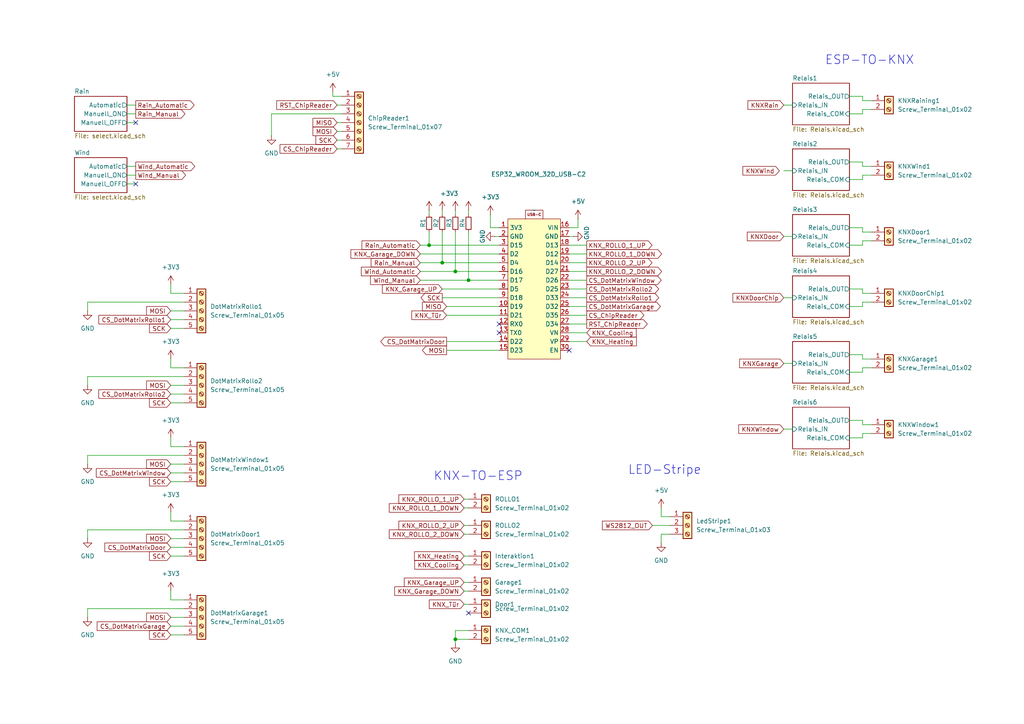
<source format=kicad_sch>
(kicad_sch (version 20231120) (generator "eeschema") (generator_version "8.0")
  (paper "A4")
  (lib_symbols
    (symbol "Connector:Screw_Terminal_01x02" (pin_names (offset 1.016) hide)
      (property "Reference" "J" (at 0 2.54 0))
      (property "Value" "Screw_Terminal_01x02" (at 0 -5.08 0))
      (symbol "Screw_Terminal_01x02_1_1"
        (rectangle (start -1.27 1.27) (end 1.27 -3.81) (stroke (width 0.254)) (fill (type background)))
        (circle (center 0 -2.54) (radius 0.635) (stroke (width 0.1524)))
        (polyline (pts (xy -0.5334 -2.2098) (xy 0.3302 -3.048)) (stroke (width 0.1524)))
        (polyline (pts (xy -0.5334 0.3302) (xy 0.3302 -0.508)) (stroke (width 0.1524)))
        (polyline (pts (xy -0.3556 -2.032) (xy 0.508 -2.8702)) (stroke (width 0.1524)))
        (polyline (pts (xy -0.3556 0.508) (xy 0.508 -0.3302)) (stroke (width 0.1524)))
        (circle (center 0 0) (radius 0.635) (stroke (width 0.1524)))
        (pin passive line (at -5.08 0 0) (length 3.81) (name "Pin_1") (number "1"))
        (pin passive line (at -5.08 -2.54 0) (length 3.81) (name "Pin_2") (number "2"))
      )
    )
    (symbol "Connector:Screw_Terminal_01x03" (pin_names (offset 1.016) hide)
      (property "Reference" "J" (at 0 5.08 0))
      (property "Value" "Screw_Terminal_01x03" (at 0 -5.08 0))
      (symbol "Screw_Terminal_01x03_1_1"
        (rectangle (start -1.27 3.81) (end 1.27 -3.81) (stroke (width 0.254)) (fill (type background)))
        (circle (center 0 -2.54) (radius 0.635) (stroke (width 0.1524)))
        (polyline (pts (xy -0.5334 -2.2098) (xy 0.3302 -3.048)) (stroke (width 0.1524)))
        (polyline (pts (xy -0.5334 0.3302) (xy 0.3302 -0.508)) (stroke (width 0.1524)))
        (polyline (pts (xy -0.5334 2.8702) (xy 0.3302 2.032)) (stroke (width 0.1524)))
        (polyline (pts (xy -0.3556 -2.032) (xy 0.508 -2.8702)) (stroke (width 0.1524)))
        (polyline (pts (xy -0.3556 0.508) (xy 0.508 -0.3302)) (stroke (width 0.1524)))
        (polyline (pts (xy -0.3556 3.048) (xy 0.508 2.2098)) (stroke (width 0.1524)))
        (circle (center 0 0) (radius 0.635) (stroke (width 0.1524)))
        (circle (center 0 2.54) (radius 0.635) (stroke (width 0.1524)))
        (pin passive line (at -5.08 2.54 0) (length 3.81) (name "Pin_1") (number "1"))
        (pin passive line (at -5.08 0 0) (length 3.81) (name "Pin_2") (number "2"))
        (pin passive line (at -5.08 -2.54 0) (length 3.81) (name "Pin_3") (number "3"))
      )
    )
    (symbol "Connector:Screw_Terminal_01x05" (pin_names (offset 1.016) hide)
      (property "Reference" "J" (at 0 7.62 0))
      (property "Value" "Screw_Terminal_01x05" (at 0 -7.62 0))
      (symbol "Screw_Terminal_01x05_1_1"
        (rectangle (start -1.27 6.35) (end 1.27 -6.35) (stroke (width 0.254)) (fill (type background)))
        (circle (center 0 -5.08) (radius 0.635) (stroke (width 0.1524)))
        (circle (center 0 -2.54) (radius 0.635) (stroke (width 0.1524)))
        (polyline (pts (xy -0.5334 -4.7498) (xy 0.3302 -5.588)) (stroke (width 0.1524)))
        (polyline (pts (xy -0.5334 -2.2098) (xy 0.3302 -3.048)) (stroke (width 0.1524)))
        (polyline (pts (xy -0.5334 0.3302) (xy 0.3302 -0.508)) (stroke (width 0.1524)))
        (polyline (pts (xy -0.5334 2.8702) (xy 0.3302 2.032)) (stroke (width 0.1524)))
        (polyline (pts (xy -0.5334 5.4102) (xy 0.3302 4.572)) (stroke (width 0.1524)))
        (polyline (pts (xy -0.3556 -4.572) (xy 0.508 -5.4102)) (stroke (width 0.1524)))
        (polyline (pts (xy -0.3556 -2.032) (xy 0.508 -2.8702)) (stroke (width 0.1524)))
        (polyline (pts (xy -0.3556 0.508) (xy 0.508 -0.3302)) (stroke (width 0.1524)))
        (polyline (pts (xy -0.3556 3.048) (xy 0.508 2.2098)) (stroke (width 0.1524)))
        (polyline (pts (xy -0.3556 5.588) (xy 0.508 4.7498)) (stroke (width 0.1524)))
        (circle (center 0 0) (radius 0.635) (stroke (width 0.1524)))
        (circle (center 0 2.54) (radius 0.635) (stroke (width 0.1524)))
        (circle (center 0 5.08) (radius 0.635) (stroke (width 0.1524)))
        (pin passive line (at -5.08 5.08 0) (length 3.81) (name "Pin_1") (number "1"))
        (pin passive line (at -5.08 2.54 0) (length 3.81) (name "Pin_2") (number "2"))
        (pin passive line (at -5.08 0 0) (length 3.81) (name "Pin_3") (number "3"))
        (pin passive line (at -5.08 -2.54 0) (length 3.81) (name "Pin_4") (number "4"))
        (pin passive line (at -5.08 -5.08 0) (length 3.81) (name "Pin_5") (number "5"))
      )
    )
    (symbol "Connector:Screw_Terminal_01x07" (pin_names (offset 1.016) hide)
      (property "Reference" "J" (at 0 10.16 0))
      (property "Value" "Screw_Terminal_01x07" (at 0 -10.16 0))
      (symbol "Screw_Terminal_01x07_1_1"
        (rectangle (start -1.27 8.89) (end 1.27 -8.89) (stroke (width 0.254)) (fill (type background)))
        (circle (center 0 -7.62) (radius 0.635) (stroke (width 0.1524)))
        (circle (center 0 -5.08) (radius 0.635) (stroke (width 0.1524)))
        (circle (center 0 -2.54) (radius 0.635) (stroke (width 0.1524)))
        (polyline (pts (xy -0.5334 -7.2898) (xy 0.3302 -8.128)) (stroke (width 0.1524)))
        (polyline (pts (xy -0.5334 -4.7498) (xy 0.3302 -5.588)) (stroke (width 0.1524)))
        (polyline (pts (xy -0.5334 -2.2098) (xy 0.3302 -3.048)) (stroke (width 0.1524)))
        (polyline (pts (xy -0.5334 0.3302) (xy 0.3302 -0.508)) (stroke (width 0.1524)))
        (polyline (pts (xy -0.5334 2.8702) (xy 0.3302 2.032)) (stroke (width 0.1524)))
        (polyline (pts (xy -0.5334 5.4102) (xy 0.3302 4.572)) (stroke (width 0.1524)))
        (polyline (pts (xy -0.5334 7.9502) (xy 0.3302 7.112)) (stroke (width 0.1524)))
        (polyline (pts (xy -0.3556 -7.112) (xy 0.508 -7.9502)) (stroke (width 0.1524)))
        (polyline (pts (xy -0.3556 -4.572) (xy 0.508 -5.4102)) (stroke (width 0.1524)))
        (polyline (pts (xy -0.3556 -2.032) (xy 0.508 -2.8702)) (stroke (width 0.1524)))
        (polyline (pts (xy -0.3556 0.508) (xy 0.508 -0.3302)) (stroke (width 0.1524)))
        (polyline (pts (xy -0.3556 3.048) (xy 0.508 2.2098)) (stroke (width 0.1524)))
        (polyline (pts (xy -0.3556 5.588) (xy 0.508 4.7498)) (stroke (width 0.1524)))
        (polyline (pts (xy -0.3556 8.128) (xy 0.508 7.2898)) (stroke (width 0.1524)))
        (circle (center 0 0) (radius 0.635) (stroke (width 0.1524)))
        (circle (center 0 2.54) (radius 0.635) (stroke (width 0.1524)))
        (circle (center 0 5.08) (radius 0.635) (stroke (width 0.1524)))
        (circle (center 0 7.62) (radius 0.635) (stroke (width 0.1524)))
        (pin passive line (at -5.08 7.62 0) (length 3.81) (name "Pin_1") (number "1"))
        (pin passive line (at -5.08 5.08 0) (length 3.81) (name "Pin_2") (number "2"))
        (pin passive line (at -5.08 2.54 0) (length 3.81) (name "Pin_3") (number "3"))
        (pin passive line (at -5.08 0 0) (length 3.81) (name "Pin_4") (number "4"))
        (pin passive line (at -5.08 -2.54 0) (length 3.81) (name "Pin_5") (number "5"))
        (pin passive line (at -5.08 -5.08 0) (length 3.81) (name "Pin_6") (number "6"))
        (pin passive line (at -5.08 -7.62 0) (length 3.81) (name "Pin_7") (number "7"))
      )
    )
    (symbol "Device:R_Small" (pin_numbers hide) (pin_names (offset 0.254) hide)
      (property "Reference" "R" (at 0.762 0.508 0))
      (property "Value" "R_Small" (at 0.762 -1.016 0))
      (symbol "R_Small_0_1"
        (rectangle (start -0.762 1.778) (end 0.762 -1.778) (stroke (width 0.2032)))
      )
      (symbol "R_Small_1_1"
        (pin passive line (at 0 2.54 270) (length 0.762) (name "~") (number "1"))
        (pin passive line (at 0 -2.54 90) (length 0.762) (name "~") (number "2"))
      )
    )
    (symbol "ESP32_WROOM_32D_USB-C_1"
      (property "Reference" "ESP32_WROOM_32D_USB-C" (at 0.508 24.384 0))
      (symbol "ESP32_WROOM_32D_USB-C_1_0_1"
        (polyline (pts (xy -2.54 20.32) (xy -2.54 22.86) (xy 2.54 22.86) (xy 2.54 20.32)))
      )
      (symbol "ESP32_WROOM_32D_USB-C_1_1_1"
        (polyline (pts (xy -7.62 17.78) (xy -7.62 20.32) (xy 7.62 20.32) (xy 7.62 -20.32) (xy -7.62 -20.32) (xy -7.62 17.78)) (fill (type background)))
        (text "USB-C\n" (at 0 21.59 0) (effects (font (size 0.762 0.762))))
        (pin power_in line (at -10.16 17.78 0) (length 2.54) (name "3V3") (number "1"))
        (pin bidirectional line (at -10.16 -5.08 0) (length 2.54) (name "D19") (number "10"))
        (pin bidirectional line (at -10.16 -7.62 0) (length 2.54) (name "D21") (number "11"))
        (pin bidirectional line (at -10.16 -10.16 0) (length 2.54) (name "RX0") (number "12"))
        (pin bidirectional line (at -10.16 -12.7 0) (length 2.54) (name "TX0") (number "13"))
        (pin bidirectional line (at -10.16 -15.24 0) (length 2.54) (name "D22") (number "14"))
        (pin bidirectional line (at -10.16 -17.78 0) (length 2.54) (name "D23") (number "15"))
        (pin bidirectional line (at 10.16 17.78 180) (length 2.54) (name "VIN") (number "16"))
        (pin passive line (at 10.16 15.24 180) (length 2.54) (name "GND") (number "17"))
        (pin bidirectional line (at 10.16 12.7 180) (length 2.54) (name "D13") (number "18"))
        (pin bidirectional line (at 10.16 10.16 180) (length 2.54) (name "D12") (number "19"))
        (pin passive line (at -10.16 15.24 0) (length 2.54) (name "GND") (number "2"))
        (pin bidirectional line (at 10.16 7.62 180) (length 2.54) (name "D14") (number "20"))
        (pin bidirectional line (at 10.16 5.08 180) (length 2.54) (name "D27") (number "21"))
        (pin bidirectional line (at 10.16 2.54 180) (length 2.54) (name "D26") (number "22"))
        (pin bidirectional line (at 10.16 0 180) (length 2.54) (name "D25") (number "23"))
        (pin bidirectional line (at 10.16 -2.54 180) (length 2.54) (name "D33") (number "24"))
        (pin bidirectional line (at 10.16 -5.08 180) (length 2.54) (name "D32") (number "25"))
        (pin bidirectional line (at 10.16 -7.62 180) (length 2.54) (name "D35") (number "26"))
        (pin bidirectional line (at 10.16 -10.16 180) (length 2.54) (name "D34") (number "27"))
        (pin bidirectional line (at 10.16 -12.7 180) (length 2.54) (name "VN") (number "28"))
        (pin bidirectional line (at 10.16 -15.24 180) (length 2.54) (name "VP") (number "29"))
        (pin bidirectional line (at -10.16 12.7 0) (length 2.54) (name "D15") (number "3"))
        (pin bidirectional line (at 10.16 -17.78 180) (length 2.54) (name "EN") (number "30"))
        (pin bidirectional line (at -10.16 10.16 0) (length 2.54) (name "D2") (number "4"))
        (pin bidirectional line (at -10.16 7.62 0) (length 2.54) (name "D4") (number "5"))
        (pin bidirectional line (at -10.16 5.08 0) (length 2.54) (name "D16") (number "6"))
        (pin bidirectional line (at -10.16 2.54 0) (length 2.54) (name "D17") (number "7"))
        (pin bidirectional line (at -10.16 0 0) (length 2.54) (name "D5") (number "8"))
        (pin bidirectional line (at -10.16 -2.54 0) (length 2.54) (name "D18") (number "9"))
      )
    )
    (symbol "power:+3V3" (power) (pin_numbers hide) (pin_names (offset 0) hide)
      (property "Value" "+3V3" (at 0 3.556 0))
      (symbol "+3V3_0_1"
        (polyline (pts (xy -0.762 1.27) (xy 0 2.54)))
        (polyline (pts (xy 0 0) (xy 0 2.54)))
        (polyline (pts (xy 0 2.54) (xy 0.762 1.27)))
      )
      (symbol "+3V3_1_1"
        (pin power_in line (at 0 0 90) (length 0) (name "~") (number "1"))
      )
    )
    (symbol "power:+5V" (power) (pin_numbers hide) (pin_names (offset 0) hide)
      (property "Value" "+5V" (at 0 3.556 0))
      (symbol "+5V_0_1"
        (polyline (pts (xy -0.762 1.27) (xy 0 2.54)))
        (polyline (pts (xy 0 0) (xy 0 2.54)))
        (polyline (pts (xy 0 2.54) (xy 0.762 1.27)))
      )
      (symbol "+5V_1_1"
        (pin power_in line (at 0 0 90) (length 0) (name "~") (number "1"))
      )
    )
    (symbol "power:GND" (power) (pin_numbers hide) (pin_names (offset 0) hide)
      (property "Value" "GND" (at 0 -3.81 0))
      (symbol "GND_0_1"
        (polyline (pts (xy 0 0) (xy 0 -1.27) (xy 1.27 -1.27) (xy 0 -2.54) (xy -1.27 -1.27) (xy 0 -1.27)))
      )
      (symbol "GND_1_1"
        (pin power_in line (at 0 0 270) (length 0) (name "~") (number "1"))
      )
    )
  )
  (junction (at 132.08 78.74))
  (junction (at 132.08 185.42))
  (junction (at 135.89 81.28))
  (junction (at 128.27 76.2))
  (junction (at 124.46 71.12))
  (no_connect (at 39.37 53.34))
  (no_connect (at 144.78 96.52))
  (no_connect (at 135.89 177.8))
  (no_connect (at 144.78 93.98))
  (no_connect (at 39.37 35.56))
  (no_connect (at 165.1 101.6))
  (wire (pts (xy 49.53 181.61) (xy 53.34 181.61)))
  (wire (pts (xy 165.1 71.12) (xy 170.18 71.12)))
  (wire (pts (xy 135.89 171.45) (xy 134.62 171.45)))
  (wire (pts (xy 227.33 124.46) (xy 229.87 124.46)))
  (wire (pts (xy 25.4 134.62) (xy 25.4 132.08)))
  (wire (pts (xy 49.53 116.84) (xy 53.34 116.84)))
  (wire (pts (xy 121.92 81.28) (xy 135.89 81.28)))
  (wire (pts (xy 25.4 90.17) (xy 25.4 87.63)))
  (wire (pts (xy 252.73 50.8) (xy 250.19 50.8)))
  (wire (pts (xy 135.89 168.91) (xy 134.62 168.91)))
  (wire (pts (xy 135.89 67.31) (xy 135.89 81.28)))
  (wire (pts (xy 53.34 173.99) (xy 49.53 173.99)))
  (wire (pts (xy 36.83 53.34) (xy 39.37 53.34)))
  (wire (pts (xy 227.33 68.58) (xy 229.87 68.58)))
  (wire (pts (xy 128.27 76.2) (xy 144.78 76.2)))
  (wire (pts (xy 36.83 48.26) (xy 39.37 48.26)))
  (wire (pts (xy 250.19 27.94) (xy 250.19 29.21)))
  (wire (pts (xy 49.53 171.45) (xy 49.53 173.99)))
  (wire (pts (xy 134.62 152.4) (xy 135.89 152.4)))
  (wire (pts (xy 49.53 148.59) (xy 49.53 151.13)))
  (wire (pts (xy 134.62 147.32) (xy 135.89 147.32)))
  (wire (pts (xy 128.27 67.31) (xy 128.27 76.2)))
  (wire (pts (xy 134.62 161.29) (xy 135.89 161.29)))
  (wire (pts (xy 191.77 147.32) (xy 191.77 149.86)))
  (wire (pts (xy 97.79 30.48) (xy 99.06 30.48)))
  (wire (pts (xy 246.38 46.99) (xy 250.19 46.99)))
  (wire (pts (xy 250.19 104.14) (xy 252.73 104.14)))
  (wire (pts (xy 252.73 69.85) (xy 250.19 69.85)))
  (wire (pts (xy 165.1 83.82) (xy 170.18 83.82)))
  (wire (pts (xy 132.08 182.88) (xy 132.08 185.42)))
  (wire (pts (xy 250.19 48.26) (xy 252.73 48.26)))
  (wire (pts (xy 250.19 125.73) (xy 250.19 127)))
  (wire (pts (xy 97.79 35.56) (xy 99.06 35.56)))
  (wire (pts (xy 132.08 67.31) (xy 132.08 78.74)))
  (wire (pts (xy 129.54 91.44) (xy 144.78 91.44)))
  (wire (pts (xy 53.34 106.68) (xy 49.53 106.68)))
  (wire (pts (xy 246.38 102.87) (xy 250.19 102.87)))
  (wire (pts (xy 49.53 139.7) (xy 53.34 139.7)))
  (wire (pts (xy 49.53 114.3) (xy 53.34 114.3)))
  (wire (pts (xy 134.62 163.83) (xy 135.89 163.83)))
  (wire (pts (xy 250.19 50.8) (xy 250.19 52.07)))
  (wire (pts (xy 250.19 69.85) (xy 250.19 71.12)))
  (wire (pts (xy 250.19 87.63) (xy 250.19 88.9)))
  (wire (pts (xy 191.77 154.94) (xy 194.31 154.94)))
  (wire (pts (xy 143.51 68.58) (xy 144.78 68.58)))
  (wire (pts (xy 97.79 38.1) (xy 99.06 38.1)))
  (wire (pts (xy 121.92 78.74) (xy 132.08 78.74)))
  (wire (pts (xy 53.34 129.54) (xy 49.53 129.54)))
  (wire (pts (xy 25.4 156.21) (xy 25.4 153.67)))
  (wire (pts (xy 97.79 40.64) (xy 99.06 40.64)))
  (wire (pts (xy 165.1 96.52) (xy 170.18 96.52)))
  (wire (pts (xy 250.19 83.82) (xy 250.19 85.09)))
  (wire (pts (xy 246.38 83.82) (xy 250.19 83.82)))
  (wire (pts (xy 246.38 52.07) (xy 250.19 52.07)))
  (wire (pts (xy 165.1 86.36) (xy 170.18 86.36)))
  (wire (pts (xy 246.38 71.12) (xy 250.19 71.12)))
  (wire (pts (xy 132.08 182.88) (xy 135.89 182.88)))
  (wire (pts (xy 49.53 134.62) (xy 53.34 134.62)))
  (wire (pts (xy 49.53 104.14) (xy 49.53 106.68)))
  (wire (pts (xy 135.89 81.28) (xy 144.78 81.28)))
  (wire (pts (xy 250.19 67.31) (xy 252.73 67.31)))
  (wire (pts (xy 124.46 60.96) (xy 124.46 62.23)))
  (wire (pts (xy 165.1 68.58) (xy 166.37 68.58)))
  (wire (pts (xy 165.1 66.04) (xy 167.64 66.04)))
  (wire (pts (xy 250.19 31.75) (xy 250.19 33.02)))
  (wire (pts (xy 246.38 27.94) (xy 250.19 27.94)))
  (wire (pts (xy 246.38 121.92) (xy 250.19 121.92)))
  (wire (pts (xy 250.19 121.92) (xy 250.19 123.19)))
  (wire (pts (xy 189.23 152.4) (xy 194.31 152.4)))
  (wire (pts (xy 167.64 63.5) (xy 167.64 66.04)))
  (wire (pts (xy 165.1 91.44) (xy 170.18 91.44)))
  (wire (pts (xy 36.83 33.02) (xy 39.37 33.02)))
  (wire (pts (xy 191.77 157.48) (xy 191.77 154.94)))
  (wire (pts (xy 252.73 106.68) (xy 250.19 106.68)))
  (wire (pts (xy 250.19 106.68) (xy 250.19 107.95)))
  (wire (pts (xy 165.1 88.9) (xy 170.18 88.9)))
  (wire (pts (xy 246.38 127) (xy 250.19 127)))
  (wire (pts (xy 132.08 60.96) (xy 132.08 62.23)))
  (wire (pts (xy 142.24 62.23) (xy 142.24 66.04)))
  (wire (pts (xy 49.53 179.07) (xy 53.34 179.07)))
  (wire (pts (xy 165.1 73.66) (xy 170.18 73.66)))
  (wire (pts (xy 25.4 111.76) (xy 25.4 109.22)))
  (wire (pts (xy 135.89 60.96) (xy 135.89 62.23)))
  (wire (pts (xy 142.24 66.04) (xy 144.78 66.04)))
  (wire (pts (xy 25.4 87.63) (xy 53.34 87.63)))
  (wire (pts (xy 252.73 31.75) (xy 250.19 31.75)))
  (wire (pts (xy 165.1 99.06) (xy 170.18 99.06)))
  (wire (pts (xy 124.46 67.31) (xy 124.46 71.12)))
  (wire (pts (xy 246.38 33.02) (xy 250.19 33.02)))
  (wire (pts (xy 49.53 156.21) (xy 53.34 156.21)))
  (wire (pts (xy 250.19 46.99) (xy 250.19 48.26)))
  (wire (pts (xy 49.53 95.25) (xy 53.34 95.25)))
  (wire (pts (xy 134.62 144.78) (xy 135.89 144.78)))
  (wire (pts (xy 227.33 86.36) (xy 229.87 86.36)))
  (wire (pts (xy 250.19 29.21) (xy 252.73 29.21)))
  (wire (pts (xy 25.4 132.08) (xy 53.34 132.08)))
  (wire (pts (xy 36.83 30.48) (xy 39.37 30.48)))
  (wire (pts (xy 252.73 87.63) (xy 250.19 87.63)))
  (wire (pts (xy 36.83 50.8) (xy 39.37 50.8)))
  (wire (pts (xy 250.19 66.04) (xy 250.19 67.31)))
  (wire (pts (xy 49.53 90.17) (xy 53.34 90.17)))
  (wire (pts (xy 124.46 71.12) (xy 144.78 71.12)))
  (wire (pts (xy 227.33 105.41) (xy 229.87 105.41)))
  (wire (pts (xy 49.53 111.76) (xy 53.34 111.76)))
  (wire (pts (xy 121.92 71.12) (xy 124.46 71.12)))
  (wire (pts (xy 49.53 127) (xy 49.53 129.54)))
  (wire (pts (xy 128.27 83.82) (xy 144.78 83.82)))
  (wire (pts (xy 129.54 88.9) (xy 144.78 88.9)))
  (wire (pts (xy 165.1 78.74) (xy 170.18 78.74)))
  (wire (pts (xy 99.06 27.94) (xy 96.52 27.94)))
  (wire (pts (xy 121.92 73.66) (xy 144.78 73.66)))
  (wire (pts (xy 246.38 107.95) (xy 250.19 107.95)))
  (wire (pts (xy 134.62 154.94) (xy 135.89 154.94)))
  (wire (pts (xy 25.4 179.07) (xy 25.4 176.53)))
  (wire (pts (xy 191.77 149.86) (xy 194.31 149.86)))
  (wire (pts (xy 132.08 78.74) (xy 144.78 78.74)))
  (wire (pts (xy 227.33 49.53) (xy 229.87 49.53)))
  (wire (pts (xy 25.4 153.67) (xy 53.34 153.67)))
  (wire (pts (xy 165.1 93.98) (xy 170.18 93.98)))
  (wire (pts (xy 132.08 185.42) (xy 135.89 185.42)))
  (wire (pts (xy 36.83 35.56) (xy 39.37 35.56)))
  (wire (pts (xy 250.19 102.87) (xy 250.19 104.14)))
  (wire (pts (xy 129.54 101.6) (xy 144.78 101.6)))
  (wire (pts (xy 165.1 76.2) (xy 170.18 76.2)))
  (wire (pts (xy 53.34 151.13) (xy 49.53 151.13)))
  (wire (pts (xy 49.53 82.55) (xy 49.53 85.09)))
  (wire (pts (xy 49.53 137.16) (xy 53.34 137.16)))
  (wire (pts (xy 132.08 185.42) (xy 132.08 186.69)))
  (wire (pts (xy 121.92 76.2) (xy 128.27 76.2)))
  (wire (pts (xy 135.89 175.26) (xy 134.62 175.26)))
  (wire (pts (xy 78.74 39.37) (xy 78.74 33.02)))
  (wire (pts (xy 165.1 81.28) (xy 170.18 81.28)))
  (wire (pts (xy 246.38 66.04) (xy 250.19 66.04)))
  (wire (pts (xy 252.73 125.73) (xy 250.19 125.73)))
  (wire (pts (xy 78.74 33.02) (xy 99.06 33.02)))
  (wire (pts (xy 49.53 92.71) (xy 53.34 92.71)))
  (wire (pts (xy 128.27 86.36) (xy 144.78 86.36)))
  (wire (pts (xy 129.54 99.06) (xy 144.78 99.06)))
  (wire (pts (xy 49.53 158.75) (xy 53.34 158.75)))
  (wire (pts (xy 49.53 161.29) (xy 53.34 161.29)))
  (wire (pts (xy 250.19 123.19) (xy 252.73 123.19)))
  (wire (pts (xy 25.4 176.53) (xy 53.34 176.53)))
  (wire (pts (xy 49.53 184.15) (xy 53.34 184.15)))
  (wire (pts (xy 97.79 43.18) (xy 99.06 43.18)))
  (wire (pts (xy 96.52 27.94) (xy 96.52 26.67)))
  (wire (pts (xy 227.33 30.48) (xy 229.87 30.48)))
  (wire (pts (xy 128.27 60.96) (xy 128.27 62.23)))
  (wire (pts (xy 53.34 85.09) (xy 49.53 85.09)))
  (wire (pts (xy 246.38 88.9) (xy 250.19 88.9)))
  (wire (pts (xy 250.19 85.09) (xy 252.73 85.09)))
  (wire (pts (xy 25.4 109.22) (xy 53.34 109.22)))
  (text "KNX-TO-ESP" (at 138.684 138.176 0) (effects (font (size 2.54 2.54))))
  (text "ESP-TO-KNX" (at 252.222 17.526 0) (effects (font (size 2.54 2.54))))
  (text "LED-Stripe\n" (at 192.786 136.398 0) (effects (font (size 2.54 2.54))))
  (global_label "WS2812_OUT" (shape input) (at 189.23 152.4 180) (property "Intersheetrefs" "${INTERSHEET_REFS}" (effects (hide yes))))
  (global_label "KNX_Heating" (shape input) (at 170.18 99.06 0) (property "Intersheetrefs" "${INTERSHEET_REFS}" (effects (hide yes))))
  (global_label "Wind_Manual" (shape input) (at 121.92 81.28 180) (property "Intersheetrefs" "${INTERSHEET_REFS}" (effects (hide yes))))
  (global_label "KNXDoor" (shape input) (at 227.33 68.58 180) (property "Intersheetrefs" "${INTERSHEET_REFS}" (effects (hide yes))))
  (global_label "CS_ChipReader" (shape input) (at 97.79 43.18 180) (property "Intersheetrefs" "${INTERSHEET_REFS}" (effects (hide yes))))
  (global_label "MOSI" (shape input) (at 49.53 179.07 180) (property "Intersheetrefs" "${INTERSHEET_REFS}" (effects (hide yes))))
  (global_label "KNX_Cooling" (shape input) (at 170.18 96.52 0) (property "Intersheetrefs" "${INTERSHEET_REFS}" (effects (hide yes))))
  (global_label "KNX_ROLLO_1_DOWN" (shape output) (at 170.18 73.66 0) (property "Intersheetrefs" "${INTERSHEET_REFS}" (effects (hide yes))))
  (global_label "MOSI" (shape input) (at 49.53 134.62 180) (property "Intersheetrefs" "${INTERSHEET_REFS}" (effects (hide yes))))
  (global_label "Wind_Manual" (shape output) (at 39.37 50.8 0) (property "Intersheetrefs" "${INTERSHEET_REFS}" (effects (hide yes))))
  (global_label "KNX_ROLLO_2_DOWN" (shape output) (at 170.18 78.74 0) (property "Intersheetrefs" "${INTERSHEET_REFS}" (effects (hide yes))))
  (global_label "MOSI" (shape input) (at 97.79 38.1 180) (property "Intersheetrefs" "${INTERSHEET_REFS}" (effects (hide yes))))
  (global_label "CS_DotMatrixRollo1" (shape input) (at 49.53 92.71 180) (property "Intersheetrefs" "${INTERSHEET_REFS}" (effects (hide yes))))
  (global_label "KNX_ROLLO_2_UP" (shape input) (at 134.62 152.4 180) (property "Intersheetrefs" "${INTERSHEET_REFS}" (effects (hide yes))))
  (global_label "KNXWindow" (shape input) (at 227.33 124.46 180) (property "Intersheetrefs" "${INTERSHEET_REFS}" (effects (hide yes))))
  (global_label "CS_DotMatrixRollo2" (shape input) (at 49.53 114.3 180) (property "Intersheetrefs" "${INTERSHEET_REFS}" (effects (hide yes))))
  (global_label "MOSI" (shape input) (at 49.53 156.21 180) (property "Intersheetrefs" "${INTERSHEET_REFS}" (effects (hide yes))))
  (global_label "CS_DotMatrixRollo1" (shape output) (at 170.18 86.36 0) (property "Intersheetrefs" "${INTERSHEET_REFS}" (effects (hide yes))))
  (global_label "MISO" (shape input) (at 129.54 88.9 180) (property "Intersheetrefs" "${INTERSHEET_REFS}" (effects (hide yes))))
  (global_label "KNX_Garage_DOWN" (shape input) (at 134.62 171.45 180) (property "Intersheetrefs" "${INTERSHEET_REFS}" (effects (hide yes))))
  (global_label "KNX_Tür" (shape input) (at 134.62 175.26 180) (property "Intersheetrefs" "${INTERSHEET_REFS}" (effects (hide yes))))
  (global_label "SCK" (shape input) (at 49.53 184.15 180) (property "Intersheetrefs" "${INTERSHEET_REFS}" (effects (hide yes))))
  (global_label "KNXDoorChip" (shape input) (at 227.33 86.36 180) (property "Intersheetrefs" "${INTERSHEET_REFS}" (effects (hide yes))))
  (global_label "CS_DotMatrixDoor" (shape output) (at 129.54 99.06 180) (property "Intersheetrefs" "${INTERSHEET_REFS}" (effects (hide yes))))
  (global_label "Rain_Manual" (shape output) (at 39.37 33.02 0) (property "Intersheetrefs" "${INTERSHEET_REFS}" (effects (hide yes))))
  (global_label "MOSI" (shape input) (at 49.53 90.17 180) (property "Intersheetrefs" "${INTERSHEET_REFS}" (effects (hide yes))))
  (global_label "CS_DotMatrixGarage" (shape input) (at 49.53 181.61 180) (property "Intersheetrefs" "${INTERSHEET_REFS}" (effects (hide yes))))
  (global_label "Rain_Automatic" (shape input) (at 121.92 71.12 180) (property "Intersheetrefs" "${INTERSHEET_REFS}" (effects (hide yes))))
  (global_label "KNXGarage" (shape input) (at 227.33 105.41 180) (property "Intersheetrefs" "${INTERSHEET_REFS}" (effects (hide yes))))
  (global_label "SCK" (shape input) (at 97.79 40.64 180) (property "Intersheetrefs" "${INTERSHEET_REFS}" (effects (hide yes))))
  (global_label "KNX_ROLLO_1_DOWN" (shape input) (at 134.62 147.32 180) (property "Intersheetrefs" "${INTERSHEET_REFS}" (effects (hide yes))))
  (global_label "CS_DotMatrixWindow" (shape input) (at 49.53 137.16 180) (property "Intersheetrefs" "${INTERSHEET_REFS}" (effects (hide yes))))
  (global_label "KNX_ROLLO_1_UP" (shape output) (at 170.18 71.12 0) (property "Intersheetrefs" "${INTERSHEET_REFS}" (effects (hide yes))))
  (global_label "RST_ChipReader" (shape input) (at 97.79 30.48 180) (property "Intersheetrefs" "${INTERSHEET_REFS}" (effects (hide yes))))
  (global_label "SCK" (shape output) (at 128.27 86.36 180) (property "Intersheetrefs" "${INTERSHEET_REFS}" (effects (hide yes))))
  (global_label "SCK" (shape input) (at 49.53 116.84 180) (property "Intersheetrefs" "${INTERSHEET_REFS}" (effects (hide yes))))
  (global_label "Rain_Automatic" (shape output) (at 39.37 30.48 0) (property "Intersheetrefs" "${INTERSHEET_REFS}" (effects (hide yes))))
  (global_label "Rain_Manual" (shape input) (at 121.92 76.2 180) (property "Intersheetrefs" "${INTERSHEET_REFS}" (effects (hide yes))))
  (global_label "KNX_Cooling" (shape input) (at 134.62 163.83 180) (property "Intersheetrefs" "${INTERSHEET_REFS}" (effects (hide yes))))
  (global_label "Wind_Automatic" (shape input) (at 121.92 78.74 180) (property "Intersheetrefs" "${INTERSHEET_REFS}" (effects (hide yes))))
  (global_label "MISO" (shape input) (at 97.79 35.56 180) (property "Intersheetrefs" "${INTERSHEET_REFS}" (effects (hide yes))))
  (global_label "SCK" (shape input) (at 49.53 161.29 180) (property "Intersheetrefs" "${INTERSHEET_REFS}" (effects (hide yes))))
  (global_label "RST_ChipReader" (shape output) (at 170.18 93.98 0) (property "Intersheetrefs" "${INTERSHEET_REFS}" (effects (hide yes))))
  (global_label "CS_DotMatrixRollo2" (shape output) (at 170.18 83.82 0) (property "Intersheetrefs" "${INTERSHEET_REFS}" (effects (hide yes))))
  (global_label "KNXWind" (shape input) (at 226.06 49.53 180) (property "Intersheetrefs" "${INTERSHEET_REFS}" (effects (hide yes))))
  (global_label "KNX_Tür" (shape input) (at 129.54 91.44 180) (property "Intersheetrefs" "${INTERSHEET_REFS}" (effects (hide yes))))
  (global_label "KNXRain" (shape input) (at 227.33 30.48 180) (property "Intersheetrefs" "${INTERSHEET_REFS}" (effects (hide yes))))
  (global_label "KNX_ROLLO_1_UP" (shape input) (at 134.62 144.78 180) (property "Intersheetrefs" "${INTERSHEET_REFS}" (effects (hide yes))))
  (global_label "CS_DotMatrixDoor" (shape input) (at 49.53 158.75 180) (property "Intersheetrefs" "${INTERSHEET_REFS}" (effects (hide yes))))
  (global_label "CS_DotMatrixGarage" (shape output) (at 170.18 88.9 0) (property "Intersheetrefs" "${INTERSHEET_REFS}" (effects (hide yes))))
  (global_label "KNX_ROLLO_2_UP" (shape output) (at 170.18 76.2 0) (property "Intersheetrefs" "${INTERSHEET_REFS}" (effects (hide yes))))
  (global_label "CS_ChipReader" (shape output) (at 170.18 91.44 0) (property "Intersheetrefs" "${INTERSHEET_REFS}" (effects (hide yes))))
  (global_label "MOSI" (shape output) (at 129.54 101.6 180) (property "Intersheetrefs" "${INTERSHEET_REFS}" (effects (hide yes))))
  (global_label "KNX_ROLLO_2_DOWN" (shape input) (at 134.62 154.94 180) (property "Intersheetrefs" "${INTERSHEET_REFS}" (effects (hide yes))))
  (global_label "MOSI" (shape input) (at 49.53 111.76 180) (property "Intersheetrefs" "${INTERSHEET_REFS}" (effects (hide yes))))
  (global_label "KNX_Heating" (shape input) (at 134.62 161.29 180) (property "Intersheetrefs" "${INTERSHEET_REFS}" (effects (hide yes))))
  (global_label "CS_DotMatrixWindow" (shape output) (at 170.18 81.28 0) (property "Intersheetrefs" "${INTERSHEET_REFS}" (effects (hide yes))))
  (global_label "KNX_Garage_UP" (shape input) (at 134.62 168.91 180) (property "Intersheetrefs" "${INTERSHEET_REFS}" (effects (hide yes))))
  (global_label "SCK" (shape input) (at 49.53 139.7 180) (property "Intersheetrefs" "${INTERSHEET_REFS}" (effects (hide yes))))
  (global_label "KNX_Garage_DOWN" (shape input) (at 121.92 73.66 180) (property "Intersheetrefs" "${INTERSHEET_REFS}" (effects (hide yes))))
  (global_label "Wind_Automatic" (shape output) (at 39.37 48.26 0) (property "Intersheetrefs" "${INTERSHEET_REFS}" (effects (hide yes))))
  (global_label "KNX_Garage_UP" (shape input) (at 128.27 83.82 180) (property "Intersheetrefs" "${INTERSHEET_REFS}" (effects (hide yes))))
  (global_label "SCK" (shape input) (at 49.53 95.25 180) (property "Intersheetrefs" "${INTERSHEET_REFS}" (effects (hide yes))))
  (symbol (lib_id "power:+3V3") (at 124.46 60.96 0) (unit 1)
    (property "Reference" "#PWR035" (effects (hide yes)))
    (property "Value" "+3V3" (at 130.302 56.134 0))
    (property "Description" "Power symbol creates a global label with name \"+3V3\"" (effects (hide yes)))
  )
  (symbol (lib_id "power:GND") (at 25.4 134.62 0) (unit 1)
    (property "Reference" "#PWR030" (effects (hide yes)))
    (property "Value" "GND" (at 25.4 139.7 0))
    (property "Description" "Power symbol creates a global label with name \"GND\" , ground" (effects (hide yes)))
  )
  (symbol (lib_id "Connector:Screw_Terminal_01x07") (at 104.14 35.56 0) (unit 1)
    (property "Reference" "ChipReader1" (at 106.68 34.2899 0) (effects (justify left)))
    (property "Value" "Screw_Terminal_01x07" (at 106.68 36.8299 0) (effects (justify left)))
    (property "Footprint" "TerminalBlock_Phoenix:TerminalBlock_Phoenix_MKDS-1,5-7-5.08_1x07_P5.08mm_Horizontal" (effects (hide yes)))
    (property "Description" "Generic screw terminal, single row, 01x07, script generated (kicad-library-utils/schlib/autogen/connector/)" (effects (hide yes)))
  )
  (symbol (lib_id "Connector:Screw_Terminal_01x05") (at 58.42 90.17 0) (unit 1)
    (property "Reference" "DotMatrixRollo1" (at 60.96 88.8999 0) (effects (justify left)))
    (property "Value" "Screw_Terminal_01x05" (at 60.96 91.4399 0) (effects (justify left)))
    (property "Footprint" "TerminalBlock_Phoenix:TerminalBlock_Phoenix_MPT-0,5-7-2.54_1x07_P2.54mm_Horizontal" (effects (hide yes)))
    (property "Description" "Generic screw terminal, single row, 01x05, script generated (kicad-library-utils/schlib/autogen/connector/)" (effects (hide yes)))
  )
  (symbol (lib_id "Connector:Screw_Terminal_01x02") (at 140.97 175.26 0) (unit 1)
    (property "Reference" "Door1" (at 143.51 175.2599 0) (effects (justify left)))
    (property "Value" "Screw_Terminal_01x02" (at 143.51 176.5299 0) (effects (justify left)))
    (property "Footprint" "TerminalBlock_Phoenix:TerminalBlock_Phoenix_MKDS-1,5-2-5.08_1x02_P5.08mm_Horizontal" (effects (hide yes)))
    (property "Description" "Generic screw terminal, single row, 01x02, script generated (kicad-library-utils/schlib/autogen/connector/)" (effects (hide yes)))
  )
  (symbol (lib_id "Device:R_Small") (at 124.46 64.77 0) (unit 1)
    (property "Reference" "R1" (at 122.682 66.04 90) (effects (justify left)))
    (property "Value" "10k" (effects (hide yes)))
    (property "Footprint" "Resistor_THT:R_Axial_DIN0207_L6.3mm_D2.5mm_P10.16mm_Horizontal" (effects (hide yes)))
    (property "Description" "Resistor, small symbol" (effects (hide yes)))
  )
  (symbol (lib_id "power:GND") (at 143.51 68.58 270) (unit 1)
    (property "Reference" "#PWR037" (effects (hide yes)))
    (property "Value" "GND" (at 139.954 70.612 0) (effects (justify right)))
    (property "Description" "Power symbol creates a global label with name \"GND\" , ground" (effects (hide yes)))
  )
  (symbol (lib_id "power:+3V3") (at 49.53 148.59 0) (unit 1)
    (property "Reference" "#PWR027" (effects (hide yes)))
    (property "Value" "+3V3" (at 49.53 143.51 0))
    (property "Description" "Power symbol creates a global label with name \"+3V3\"" (effects (hide yes)))
  )
  (symbol (lib_id "Connector:Screw_Terminal_01x05") (at 58.42 111.76 0) (unit 1)
    (property "Reference" "DotMatrixRollo2" (at 60.96 110.4899 0) (effects (justify left)))
    (property "Value" "Screw_Terminal_01x05" (at 60.96 113.0299 0) (effects (justify left)))
    (property "Footprint" "TerminalBlock_Phoenix:TerminalBlock_Phoenix_MPT-0,5-7-2.54_1x07_P2.54mm_Horizontal" (effects (hide yes)))
    (property "Description" "Generic screw terminal, single row, 01x05, script generated (kicad-library-utils/schlib/autogen/connector/)" (effects (hide yes)))
  )
  (symbol (lib_id "power:GND") (at 191.77 157.48 0) (unit 1)
    (property "Reference" "#PWR01" (effects (hide yes)))
    (property "Value" "GND" (at 191.77 162.56 0))
    (property "Description" "Power symbol creates a global label with name \"GND\" , ground" (effects (hide yes)))
  )
  (symbol (lib_id "Connector:Screw_Terminal_01x02") (at 140.97 161.29 0) (unit 1)
    (property "Reference" "Interaktion1" (at 143.51 161.2899 0) (effects (justify left)))
    (property "Value" "Screw_Terminal_01x02" (at 143.51 163.8299 0) (effects (justify left)))
    (property "Footprint" "TerminalBlock_Phoenix:TerminalBlock_Phoenix_MKDS-1,5-2-5.08_1x02_P5.08mm_Horizontal" (effects (hide yes)))
    (property "Description" "Generic screw terminal, single row, 01x02, script generated (kicad-library-utils/schlib/autogen/connector/)" (effects (hide yes)))
  )
  (symbol (lib_id "Connector:Screw_Terminal_01x02") (at 257.81 29.21 0) (unit 1)
    (property "Reference" "KNXRaining1" (at 260.35 29.2099 0) (effects (justify left)))
    (property "Value" "Screw_Terminal_01x02" (at 260.35 31.7499 0) (effects (justify left)))
    (property "Footprint" "TerminalBlock_Phoenix:TerminalBlock_Phoenix_MKDS-1,5-2-5.08_1x02_P5.08mm_Horizontal" (effects (hide yes)))
    (property "Description" "Generic screw terminal, single row, 01x02, script generated (kicad-library-utils/schlib/autogen/connector/)" (effects (hide yes)))
  )
  (symbol (lib_name "ESP32_WROOM_32D_USB-C_1") (lib_id "bulme_schematics:ESP32_WROOM_32D_USB-C") (at 154.94 83.82 0) (unit 1)
    (property "Reference" "ESP32_WROOM_32D_USB-C2" (at 156.21 50.546 0))
    (property "Value" "~" (at 154.94 60.96 0))
    (property "Footprint" "bulme_footprints:ESP32_WROOM_32D_USB-C" (effects (hide yes)))
  )
  (symbol (lib_id "Connector:Screw_Terminal_01x05") (at 58.42 134.62 0) (unit 1)
    (property "Reference" "DotMatrixWindow1" (at 60.96 133.3499 0) (effects (justify left)))
    (property "Value" "Screw_Terminal_01x05" (at 60.96 135.8899 0) (effects (justify left)))
    (property "Footprint" "TerminalBlock_Phoenix:TerminalBlock_Phoenix_MPT-0,5-7-2.54_1x07_P2.54mm_Horizontal" (effects (hide yes)))
    (property "Description" "Generic screw terminal, single row, 01x05, script generated (kicad-library-utils/schlib/autogen/connector/)" (effects (hide yes)))
  )
  (symbol (lib_id "Connector:Screw_Terminal_01x02") (at 140.97 144.78 0) (unit 1)
    (property "Reference" "ROLLO1" (at 143.51 144.7799 0) (effects (justify left)))
    (property "Value" "Screw_Terminal_01x02" (at 143.51 147.3199 0) (effects (justify left)))
    (property "Footprint" "TerminalBlock_Phoenix:TerminalBlock_Phoenix_MKDS-1,5-2-5.08_1x02_P5.08mm_Horizontal" (effects (hide yes)))
    (property "Description" "Generic screw terminal, single row, 01x02, script generated (kicad-library-utils/schlib/autogen/connector/)" (effects (hide yes)))
  )
  (symbol (lib_id "power:GND") (at 25.4 156.21 0) (unit 1)
    (property "Reference" "#PWR026" (effects (hide yes)))
    (property "Value" "GND" (at 25.4 161.29 0))
    (property "Description" "Power symbol creates a global label with name \"GND\" , ground" (effects (hide yes)))
  )
  (symbol (lib_id "Device:R_Small") (at 135.89 64.77 0) (unit 1)
    (property "Reference" "R4" (at 134.112 66.04 90) (effects (justify left)))
    (property "Value" "10k" (effects (hide yes)))
    (property "Footprint" "Resistor_THT:R_Axial_DIN0207_L6.3mm_D2.5mm_P10.16mm_Horizontal" (effects (hide yes)))
    (property "Description" "Resistor, small symbol" (effects (hide yes)))
  )
  (symbol (lib_id "Connector:Screw_Terminal_01x05") (at 58.42 156.21 0) (unit 1)
    (property "Reference" "DotMatrixDoor1" (at 60.96 154.9399 0) (effects (justify left)))
    (property "Value" "Screw_Terminal_01x05" (at 60.96 157.4799 0) (effects (justify left)))
    (property "Footprint" "TerminalBlock_Phoenix:TerminalBlock_Phoenix_MPT-0,5-7-2.54_1x07_P2.54mm_Horizontal" (effects (hide yes)))
    (property "Description" "Generic screw terminal, single row, 01x05, script generated (kicad-library-utils/schlib/autogen/connector/)" (effects (hide yes)))
  )
  (symbol (lib_id "Connector:Screw_Terminal_01x02") (at 257.81 104.14 0) (unit 1)
    (property "Reference" "KNXGarage1" (at 260.35 104.1399 0) (effects (justify left)))
    (property "Value" "Screw_Terminal_01x02" (at 260.35 106.6799 0) (effects (justify left)))
    (property "Footprint" "TerminalBlock_Phoenix:TerminalBlock_Phoenix_MKDS-1,5-2-5.08_1x02_P5.08mm_Horizontal" (effects (hide yes)))
    (property "Description" "Generic screw terminal, single row, 01x02, script generated (kicad-library-utils/schlib/autogen/connector/)" (effects (hide yes)))
  )
  (symbol (lib_id "power:+3V3") (at 135.89 60.96 0) (unit 1)
    (property "Reference" "#PWR032" (effects (hide yes)))
    (property "Value" "+3V3" (effects (hide yes)))
    (property "Description" "Power symbol creates a global label with name \"+3V3\"" (effects (hide yes)))
  )
  (symbol (lib_id "Device:R_Small") (at 128.27 64.77 0) (unit 1)
    (property "Reference" "R2" (at 126.492 66.04 90) (effects (justify left)))
    (property "Value" "10k" (effects (hide yes)))
    (property "Footprint" "Resistor_THT:R_Axial_DIN0207_L6.3mm_D2.5mm_P10.16mm_Horizontal" (effects (hide yes)))
    (property "Description" "Resistor, small symbol" (effects (hide yes)))
  )
  (symbol (lib_id "Connector:Screw_Terminal_01x03") (at 199.39 152.4 0) (unit 1)
    (property "Reference" "LedStripe1" (at 201.93 151.1299 0) (effects (justify left)))
    (property "Value" "Screw_Terminal_01x03" (at 201.93 153.6699 0) (effects (justify left)))
    (property "Footprint" "TerminalBlock_Phoenix:TerminalBlock_Phoenix_MKDS-1,5-3-5.08_1x03_P5.08mm_Horizontal" (effects (hide yes)))
    (property "Description" "Generic screw terminal, single row, 01x03, script generated (kicad-library-utils/schlib/autogen/connector/)" (effects (hide yes)))
  )
  (symbol (lib_id "power:+3V3") (at 49.53 104.14 0) (unit 1)
    (property "Reference" "#PWR025" (effects (hide yes)))
    (property "Value" "+3V3" (at 49.53 99.06 0))
    (property "Description" "Power symbol creates a global label with name \"+3V3\"" (effects (hide yes)))
  )
  (symbol (lib_id "power:GND") (at 78.74 39.37 0) (unit 1)
    (property "Reference" "#PWR016" (effects (hide yes)))
    (property "Value" "GND" (at 78.74 44.45 0))
    (property "Description" "Power symbol creates a global label with name \"GND\" , ground" (effects (hide yes)))
  )
  (symbol (lib_id "power:+3V3") (at 49.53 82.55 0) (unit 1)
    (property "Reference" "#PWR022" (effects (hide yes)))
    (property "Value" "+3V3" (at 49.53 77.47 0))
    (property "Description" "Power symbol creates a global label with name \"+3V3\"" (effects (hide yes)))
  )
  (symbol (lib_id "Connector:Screw_Terminal_01x02") (at 140.97 152.4 0) (unit 1)
    (property "Reference" "ROLLO2" (at 143.51 152.3999 0) (effects (justify left)))
    (property "Value" "Screw_Terminal_01x02" (at 143.51 154.9399 0) (effects (justify left)))
    (property "Footprint" "TerminalBlock_Phoenix:TerminalBlock_Phoenix_MKDS-1,5-2-5.08_1x02_P5.08mm_Horizontal" (effects (hide yes)))
    (property "Description" "Generic screw terminal, single row, 01x02, script generated (kicad-library-utils/schlib/autogen/connector/)" (effects (hide yes)))
  )
  (symbol (lib_id "power:+3V3") (at 142.24 62.23 0) (unit 1)
    (property "Reference" "#PWR021" (effects (hide yes)))
    (property "Value" "+3V3" (at 142.24 57.15 0))
    (property "Description" "Power symbol creates a global label with name \"+3V3\"" (effects (hide yes)))
  )
  (symbol (lib_id "Connector:Screw_Terminal_01x02") (at 257.81 123.19 0) (unit 1)
    (property "Reference" "KNXWindow1" (at 260.35 123.1899 0) (effects (justify left)))
    (property "Value" "Screw_Terminal_01x02" (at 260.35 125.7299 0) (effects (justify left)))
    (property "Footprint" "TerminalBlock_Phoenix:TerminalBlock_Phoenix_MKDS-1,5-2-5.08_1x02_P5.08mm_Horizontal" (effects (hide yes)))
    (property "Description" "Generic screw terminal, single row, 01x02, script generated (kicad-library-utils/schlib/autogen/connector/)" (effects (hide yes)))
  )
  (symbol (lib_id "power:+5V") (at 96.52 26.67 0) (unit 1)
    (property "Reference" "#PWR014" (effects (hide yes)))
    (property "Value" "+5V" (at 96.52 21.59 0))
    (property "Description" "Power symbol creates a global label with name \"+5V\"" (effects (hide yes)))
  )
  (symbol (lib_id "Connector:Screw_Terminal_01x05") (at 58.42 179.07 0) (unit 1)
    (property "Reference" "DotMatrixGarage1" (at 60.96 177.7999 0) (effects (justify left)))
    (property "Value" "Screw_Terminal_01x05" (at 60.96 180.3399 0) (effects (justify left)))
    (property "Footprint" "TerminalBlock_Phoenix:TerminalBlock_Phoenix_MPT-0,5-7-2.54_1x07_P2.54mm_Horizontal" (effects (hide yes)))
    (property "Description" "Generic screw terminal, single row, 01x05, script generated (kicad-library-utils/schlib/autogen/connector/)" (effects (hide yes)))
  )
  (symbol (lib_id "Device:R_Small") (at 132.08 64.77 0) (unit 1)
    (property "Reference" "R3" (at 130.302 66.04 90) (effects (justify left)))
    (property "Value" "10k" (effects (hide yes)))
    (property "Footprint" "Resistor_THT:R_Axial_DIN0207_L6.3mm_D2.5mm_P10.16mm_Horizontal" (effects (hide yes)))
    (property "Description" "Resistor, small symbol" (effects (hide yes)))
  )
  (symbol (lib_id "power:+3V3") (at 49.53 171.45 0) (unit 1)
    (property "Reference" "#PWR029" (effects (hide yes)))
    (property "Value" "+3V3" (at 49.53 166.37 0))
    (property "Description" "Power symbol creates a global label with name \"+3V3\"" (effects (hide yes)))
  )
  (symbol (lib_id "power:GND") (at 132.08 186.69 0) (unit 1)
    (property "Reference" "#PWR017" (effects (hide yes)))
    (property "Value" "GND" (at 132.08 191.77 0))
    (property "Description" "Power symbol creates a global label with name \"GND\" , ground" (effects (hide yes)))
  )
  (symbol (lib_id "power:GND") (at 25.4 111.76 0) (unit 1)
    (property "Reference" "#PWR024" (effects (hide yes)))
    (property "Value" "GND" (at 25.4 116.84 0))
    (property "Description" "Power symbol creates a global label with name \"GND\" , ground" (effects (hide yes)))
  )
  (symbol (lib_id "Connector:Screw_Terminal_01x02") (at 257.81 67.31 0) (unit 1)
    (property "Reference" "KNXDoor1" (at 260.35 67.3099 0) (effects (justify left)))
    (property "Value" "Screw_Terminal_01x02" (at 260.35 69.8499 0) (effects (justify left)))
    (property "Footprint" "TerminalBlock_Phoenix:TerminalBlock_Phoenix_MKDS-1,5-2-5.08_1x02_P5.08mm_Horizontal" (effects (hide yes)))
    (property "Description" "Generic screw terminal, single row, 01x02, script generated (kicad-library-utils/schlib/autogen/connector/)" (effects (hide yes)))
  )
  (symbol (lib_id "power:+5V") (at 167.64 63.5 0) (unit 1)
    (property "Reference" "#PWR019" (effects (hide yes)))
    (property "Value" "+5V" (at 167.64 58.42 0))
    (property "Description" "Power symbol creates a global label with name \"+5V\"" (effects (hide yes)))
  )
  (symbol (lib_id "power:GND") (at 25.4 90.17 0) (unit 1)
    (property "Reference" "#PWR023" (effects (hide yes)))
    (property "Value" "GND" (at 25.4 95.25 0))
    (property "Description" "Power symbol creates a global label with name \"GND\" , ground" (effects (hide yes)))
  )
  (symbol (lib_id "power:+3V3") (at 49.53 127 0) (unit 1)
    (property "Reference" "#PWR031" (effects (hide yes)))
    (property "Value" "+3V3" (at 49.53 121.92 0))
    (property "Description" "Power symbol creates a global label with name \"+3V3\"" (effects (hide yes)))
  )
  (symbol (lib_id "power:GND") (at 166.37 68.58 90) (unit 1)
    (property "Reference" "#PWR036" (effects (hide yes)))
    (property "Value" "GND" (at 170.18 65.532 0) (effects (justify right)))
    (property "Description" "Power symbol creates a global label with name \"GND\" , ground" (effects (hide yes)))
  )
  (symbol (lib_id "power:+3V3") (at 128.27 60.96 0) (unit 1)
    (property "Reference" "#PWR034" (effects (hide yes)))
    (property "Value" "+3V3" (effects (hide yes)))
    (property "Description" "Power symbol creates a global label with name \"+3V3\"" (effects (hide yes)))
  )
  (symbol (lib_id "power:+5V") (at 191.77 147.32 0) (unit 1)
    (property "Reference" "#PWR02" (effects (hide yes)))
    (property "Value" "+5V" (at 191.77 142.24 0))
    (property "Description" "Power symbol creates a global label with name \"+5V\"" (effects (hide yes)))
  )
  (symbol (lib_id "power:+3V3") (at 132.08 60.96 0) (unit 1)
    (property "Reference" "#PWR033" (effects (hide yes)))
    (property "Value" "+3V3" (effects (hide yes)))
    (property "Description" "Power symbol creates a global label with name \"+3V3\"" (effects (hide yes)))
  )
  (symbol (lib_id "Connector:Screw_Terminal_01x02") (at 140.97 168.91 0) (unit 1)
    (property "Reference" "Garage1" (at 143.51 168.9099 0) (effects (justify left)))
    (property "Value" "Screw_Terminal_01x02" (at 143.51 171.4499 0) (effects (justify left)))
    (property "Footprint" "TerminalBlock_Phoenix:TerminalBlock_Phoenix_MKDS-1,5-2-5.08_1x02_P5.08mm_Horizontal" (effects (hide yes)))
    (property "Description" "Generic screw terminal, single row, 01x02, script generated (kicad-library-utils/schlib/autogen/connector/)" (effects (hide yes)))
  )
  (symbol (lib_id "power:GND") (at 25.4 179.07 0) (unit 1)
    (property "Reference" "#PWR028" (effects (hide yes)))
    (property "Value" "GND" (at 25.4 184.15 0))
    (property "Description" "Power symbol creates a global label with name \"GND\" , ground" (effects (hide yes)))
  )
  (symbol (lib_id "Connector:Screw_Terminal_01x02") (at 257.81 48.26 0) (unit 1)
    (property "Reference" "KNXWind1" (at 260.35 48.2599 0) (effects (justify left)))
    (property "Value" "Screw_Terminal_01x02" (at 260.35 50.7999 0) (effects (justify left)))
    (property "Footprint" "TerminalBlock_Phoenix:TerminalBlock_Phoenix_MKDS-1,5-2-5.08_1x02_P5.08mm_Horizontal" (effects (hide yes)))
    (property "Description" "Generic screw terminal, single row, 01x02, script generated (kicad-library-utils/schlib/autogen/connector/)" (effects (hide yes)))
  )
  (symbol (lib_id "Connector:Screw_Terminal_01x02") (at 140.97 182.88 0) (unit 1)
    (property "Reference" "KNX_COM1" (at 143.51 182.8799 0) (effects (justify left)))
    (property "Value" "Screw_Terminal_01x02" (at 143.51 185.4199 0) (effects (justify left)))
    (property "Footprint" "TerminalBlock_Phoenix:TerminalBlock_Phoenix_MKDS-1,5-2-5.08_1x02_P5.08mm_Horizontal" (effects (hide yes)))
    (property "Description" "Generic screw terminal, single row, 01x02, script generated (kicad-library-utils/schlib/autogen/connector/)" (effects (hide yes)))
  )
  (symbol (lib_id "Connector:Screw_Terminal_01x02") (at 257.81 85.09 0) (unit 1)
    (property "Reference" "KNXDoorChip1" (at 260.35 85.0899 0) (effects (justify left)))
    (property "Value" "Screw_Terminal_01x02" (at 260.35 87.6299 0) (effects (justify left)))
    (property "Footprint" "TerminalBlock_Phoenix:TerminalBlock_Phoenix_MKDS-1,5-2-5.08_1x02_P5.08mm_Horizontal" (effects (hide yes)))
    (property "Description" "Generic screw terminal, single row, 01x02, script generated (kicad-library-utils/schlib/autogen/connector/)" (effects (hide yes)))
  )
  (sheet (at 229.87 80.01) (size 16.51 12.065) (stroke (width 0.1524))
    (property "Sheetname" "Relais4" (at 229.87 79.2984 0) (effects (justify left bottom)))
    (property "Sheetfile" "Relais.kicad_sch" (at 229.87 92.6596 0) (effects (justify left top)))
    (pin "Relais_OUT" output (at 246.38 83.82 0))
    (pin "Relais_COM" input (at 246.38 88.9 0))
    (pin "Relais_IN" input (at 229.87 86.36 180))
  )
  (sheet (at 229.87 118.11) (size 16.51 12.065) (stroke (width 0.1524))
    (property "Sheetname" "Relais6" (at 229.87 117.3984 0) (effects (justify left bottom)))
    (property "Sheetfile" "Relais.kicad_sch" (at 229.87 130.7596 0) (effects (justify left top)))
    (pin "Relais_OUT" output (at 246.38 121.92 0))
    (pin "Relais_COM" input (at 246.38 127 0))
    (pin "Relais_IN" input (at 229.87 124.46 180))
  )
  (sheet (at 229.87 24.13) (size 16.51 12.065) (stroke (width 0.1524))
    (property "Sheetname" "Relais1" (at 229.87 23.4184 0) (effects (justify left bottom)))
    (property "Sheetfile" "Relais.kicad_sch" (at 229.87 36.7796 0) (effects (justify left top)))
    (pin "Relais_OUT" output (at 246.38 27.94 0))
    (pin "Relais_COM" input (at 246.38 33.02 0))
    (pin "Relais_IN" input (at 229.87 30.48 180))
  )
  (sheet (at 229.87 43.18) (size 16.51 12.065) (stroke (width 0.1524))
    (property "Sheetname" "Relais2" (at 229.87 42.4684 0) (effects (justify left bottom)))
    (property "Sheetfile" "Relais.kicad_sch" (at 229.87 55.8296 0) (effects (justify left top)))
    (pin "Relais_OUT" output (at 246.38 46.99 0))
    (pin "Relais_COM" input (at 246.38 52.07 0))
    (pin "Relais_IN" input (at 229.87 49.53 180))
  )
  (sheet (at 229.87 99.06) (size 16.51 12.065) (stroke (width 0.1524))
    (property "Sheetname" "Relais5" (at 229.87 98.3484 0) (effects (justify left bottom)))
    (property "Sheetfile" "Relais.kicad_sch" (at 229.87 111.7096 0) (effects (justify left top)))
    (pin "Relais_OUT" output (at 246.38 102.87 0))
    (pin "Relais_COM" input (at 246.38 107.95 0))
    (pin "Relais_IN" input (at 229.87 105.41 180))
  )
  (sheet (at 21.59 27.94) (size 15.24 10.16) (stroke (width 0.1524))
    (property "Sheetname" "Rain" (at 21.59 27.2284 0) (effects (justify left bottom)))
    (property "Sheetfile" "select.kicad_sch" (at 21.59 38.6846 0) (effects (justify left top)))
    (pin "Automatic" output (at 36.83 30.48 0))
    (pin "Manuell_OFF" output (at 36.83 35.56 0))
    (pin "Manuell_ON" output (at 36.83 33.02 0))
  )
  (sheet (at 21.59 45.72) (size 15.24 10.16) (stroke (width 0.1524))
    (property "Sheetname" "Wind" (at 21.59 45.0084 0) (effects (justify left bottom)))
    (property "Sheetfile" "select.kicad_sch" (at 21.59 56.4646 0) (effects (justify left top)))
    (pin "Automatic" output (at 36.83 48.26 0))
    (pin "Manuell_OFF" output (at 36.83 53.34 0))
    (pin "Manuell_ON" output (at 36.83 50.8 0))
  )
  (sheet (at 229.87 62.23) (size 16.51 12.065) (stroke (width 0.1524))
    (property "Sheetname" "Relais3" (at 229.87 61.5184 0) (effects (justify left bottom)))
    (property "Sheetfile" "Relais.kicad_sch" (at 229.87 74.8796 0) (effects (justify left top)))
    (pin "Relais_OUT" output (at 246.38 66.04 0))
    (pin "Relais_COM" input (at 246.38 71.12 0))
    (pin "Relais_IN" input (at 229.87 68.58 180))
  )
)
</source>
